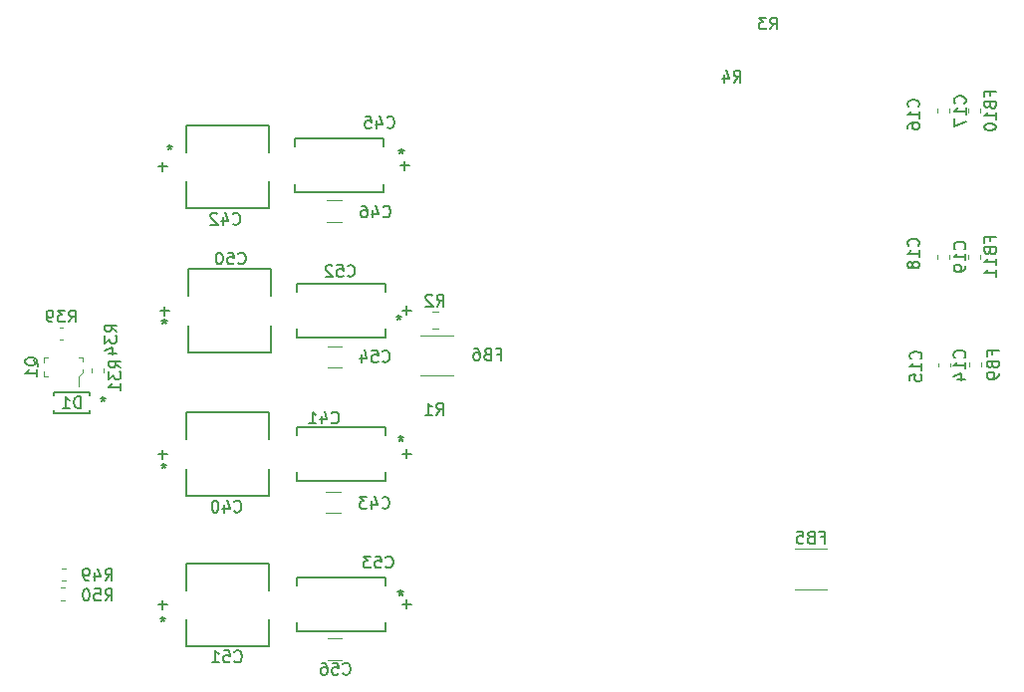
<source format=gbr>
G04 #@! TF.GenerationSoftware,KiCad,Pcbnew,5.1.5-52549c5~84~ubuntu18.04.1*
G04 #@! TF.CreationDate,2019-12-01T16:37:40+01:00*
G04 #@! TF.ProjectId,power_control_ipe_v1,706f7765-725f-4636-9f6e-74726f6c5f69,rev?*
G04 #@! TF.SameCoordinates,Original*
G04 #@! TF.FileFunction,Legend,Bot*
G04 #@! TF.FilePolarity,Positive*
%FSLAX46Y46*%
G04 Gerber Fmt 4.6, Leading zero omitted, Abs format (unit mm)*
G04 Created by KiCad (PCBNEW 5.1.5-52549c5~84~ubuntu18.04.1) date 2019-12-01 16:37:40*
%MOMM*%
%LPD*%
G04 APERTURE LIST*
%ADD10C,0.120000*%
%ADD11C,0.152400*%
%ADD12C,0.100000*%
%ADD13C,0.150000*%
G04 APERTURE END LIST*
D10*
X231000452Y-153939600D02*
X228227948Y-153939600D01*
X231000452Y-150519600D02*
X228227948Y-150519600D01*
D11*
X183579800Y-119229040D02*
X183579800Y-121525200D01*
X176518600Y-116760160D02*
X176518600Y-114464000D01*
X176518600Y-121525200D02*
X176518600Y-119229040D01*
X183579800Y-121525200D02*
X176518600Y-121525200D01*
X183579800Y-114464000D02*
X183579800Y-116760160D01*
X176518600Y-114464000D02*
X183579800Y-114464000D01*
X174524700Y-118375600D02*
X174524700Y-117613600D01*
X174905700Y-117994600D02*
X174143700Y-117994600D01*
X185752300Y-116322660D02*
X185752300Y-115626700D01*
X193296100Y-119477340D02*
X193296100Y-120173300D01*
X193296100Y-115626700D02*
X193296100Y-116322660D01*
X185752300Y-115626700D02*
X193296100Y-115626700D01*
X185752300Y-120173300D02*
X185752300Y-119477340D01*
X193296100Y-120173300D02*
X185752300Y-120173300D01*
X195086800Y-117519000D02*
X195086800Y-118281000D01*
X194705800Y-117900000D02*
X195467800Y-117900000D01*
X185919300Y-140842260D02*
X185919300Y-140146300D01*
X193463100Y-143996940D02*
X193463100Y-144692900D01*
X193463100Y-140146300D02*
X193463100Y-140842260D01*
X185919300Y-140146300D02*
X193463100Y-140146300D01*
X185919300Y-144692900D02*
X185919300Y-143996940D01*
X193463100Y-144692900D02*
X185919300Y-144692900D01*
X195253800Y-142038600D02*
X195253800Y-142800600D01*
X194872800Y-142419600D02*
X195634800Y-142419600D01*
X185919300Y-153638660D02*
X185919300Y-152942700D01*
X193463100Y-156793340D02*
X193463100Y-157489300D01*
X193463100Y-152942700D02*
X193463100Y-153638660D01*
X185919300Y-152942700D02*
X193463100Y-152942700D01*
X185919300Y-157489300D02*
X185919300Y-156793340D01*
X193463100Y-157489300D02*
X185919300Y-157489300D01*
X195253800Y-154835000D02*
X195253800Y-155597000D01*
X194872800Y-155216000D02*
X195634800Y-155216000D01*
X185919300Y-128654660D02*
X185919300Y-127958700D01*
X193463100Y-131809340D02*
X193463100Y-132505300D01*
X193463100Y-127958700D02*
X193463100Y-128654660D01*
X185919300Y-127958700D02*
X193463100Y-127958700D01*
X185919300Y-132505300D02*
X185919300Y-131809340D01*
X193463100Y-132505300D02*
X185919300Y-132505300D01*
X195253800Y-129851000D02*
X195253800Y-130613000D01*
X194872800Y-130232000D02*
X195634800Y-130232000D01*
X183591200Y-143679040D02*
X183591200Y-145975200D01*
X176530000Y-141210160D02*
X176530000Y-138914000D01*
X176530000Y-145975200D02*
X176530000Y-143679040D01*
X183591200Y-145975200D02*
X176530000Y-145975200D01*
X183591200Y-138914000D02*
X183591200Y-141210160D01*
X176530000Y-138914000D02*
X183591200Y-138914000D01*
X174536100Y-142825600D02*
X174536100Y-142063600D01*
X174917100Y-142444600D02*
X174155100Y-142444600D01*
X183750400Y-131485640D02*
X183750400Y-133781800D01*
X176689200Y-129016760D02*
X176689200Y-126720600D01*
X176689200Y-133781800D02*
X176689200Y-131485640D01*
X183750400Y-133781800D02*
X176689200Y-133781800D01*
X183750400Y-126720600D02*
X183750400Y-129016760D01*
X176689200Y-126720600D02*
X183750400Y-126720600D01*
X174695300Y-130632200D02*
X174695300Y-129870200D01*
X175076300Y-130251200D02*
X174314300Y-130251200D01*
X183591200Y-156496640D02*
X183591200Y-158792800D01*
X176530000Y-154027760D02*
X176530000Y-151731600D01*
X176530000Y-158792800D02*
X176530000Y-156496640D01*
X183591200Y-158792800D02*
X176530000Y-158792800D01*
X183591200Y-151731600D02*
X183591200Y-154027760D01*
X176530000Y-151731600D02*
X183591200Y-151731600D01*
X174536100Y-155643200D02*
X174536100Y-154881200D01*
X174917100Y-155262200D02*
X174155100Y-155262200D01*
D10*
X189626264Y-147444000D02*
X188422136Y-147444000D01*
X189626264Y-145624000D02*
X188422136Y-145624000D01*
X197920278Y-131779600D02*
X197403122Y-131779600D01*
X197920278Y-130359600D02*
X197403122Y-130359600D01*
X166248579Y-153172300D02*
X165923021Y-153172300D01*
X166248579Y-152152300D02*
X165923021Y-152152300D01*
X244084200Y-134676821D02*
X244084200Y-135002379D01*
X243064200Y-134676821D02*
X243064200Y-135002379D01*
X242974200Y-125812379D02*
X242974200Y-125486821D01*
X243994200Y-125812379D02*
X243994200Y-125486821D01*
X242954200Y-113402379D02*
X242954200Y-113076821D01*
X243974200Y-113402379D02*
X243974200Y-113076821D01*
X240391200Y-113427079D02*
X240391200Y-113101521D01*
X241411200Y-113427079D02*
X241411200Y-113101521D01*
X240389600Y-125822379D02*
X240389600Y-125496821D01*
X241409600Y-125822379D02*
X241409600Y-125496821D01*
X241504200Y-134706821D02*
X241504200Y-135032379D01*
X240484200Y-134706821D02*
X240484200Y-135032379D01*
D11*
X165248000Y-137466860D02*
X165248000Y-137198000D01*
X168352000Y-138733140D02*
X168352000Y-139002000D01*
X168352000Y-137198000D02*
X168352000Y-137466860D01*
X165248000Y-137198000D02*
X168352000Y-137198000D01*
X165248000Y-139002000D02*
X165248000Y-138733140D01*
X168352000Y-139002000D02*
X165248000Y-139002000D01*
D12*
X167700000Y-134225000D02*
X167400000Y-134225000D01*
X167700000Y-134600000D02*
X167700000Y-134225000D01*
X164400000Y-134225000D02*
X164400000Y-134675000D01*
X164700000Y-134225000D02*
X164400000Y-134225000D01*
X164625000Y-134225000D02*
X164750000Y-134225000D01*
X164400000Y-135875000D02*
X164750000Y-135875000D01*
X164400000Y-135400000D02*
X164400000Y-135875000D01*
X167375000Y-135875000D02*
X167375000Y-136650000D01*
X167425000Y-135875000D02*
X167375000Y-135875000D01*
X167700000Y-135500000D02*
X167425000Y-135875000D01*
X167700000Y-135225000D02*
X167700000Y-135500000D01*
D10*
X166062779Y-132710000D02*
X165737221Y-132710000D01*
X166062779Y-131690000D02*
X165737221Y-131690000D01*
X169510000Y-135149721D02*
X169510000Y-135475279D01*
X168490000Y-135149721D02*
X168490000Y-135475279D01*
X166223179Y-154848700D02*
X165897621Y-154848700D01*
X166223179Y-153828700D02*
X165897621Y-153828700D01*
X189726264Y-135079600D02*
X188522136Y-135079600D01*
X189726264Y-133259600D02*
X188522136Y-133259600D01*
X189702064Y-122710000D02*
X188497936Y-122710000D01*
X189702064Y-120890000D02*
X188497936Y-120890000D01*
X189755864Y-159936000D02*
X188551736Y-159936000D01*
X189755864Y-158116000D02*
X188551736Y-158116000D01*
X199210452Y-135779600D02*
X196437948Y-135779600D01*
X199210452Y-132359600D02*
X196437948Y-132359600D01*
D13*
X230447533Y-149508171D02*
X230780866Y-149508171D01*
X230780866Y-150031980D02*
X230780866Y-149031980D01*
X230304676Y-149031980D01*
X229590390Y-149508171D02*
X229447533Y-149555790D01*
X229399914Y-149603409D01*
X229352295Y-149698647D01*
X229352295Y-149841504D01*
X229399914Y-149936742D01*
X229447533Y-149984361D01*
X229542771Y-150031980D01*
X229923723Y-150031980D01*
X229923723Y-149031980D01*
X229590390Y-149031980D01*
X229495152Y-149079600D01*
X229447533Y-149127219D01*
X229399914Y-149222457D01*
X229399914Y-149317695D01*
X229447533Y-149412933D01*
X229495152Y-149460552D01*
X229590390Y-149508171D01*
X229923723Y-149508171D01*
X228447533Y-149031980D02*
X228923723Y-149031980D01*
X228971342Y-149508171D01*
X228923723Y-149460552D01*
X228828485Y-149412933D01*
X228590390Y-149412933D01*
X228495152Y-149460552D01*
X228447533Y-149508171D01*
X228399914Y-149603409D01*
X228399914Y-149841504D01*
X228447533Y-149936742D01*
X228495152Y-149984361D01*
X228590390Y-150031980D01*
X228828485Y-150031980D01*
X228923723Y-149984361D01*
X228971342Y-149936742D01*
X197790866Y-139111980D02*
X198124200Y-138635790D01*
X198362295Y-139111980D02*
X198362295Y-138111980D01*
X197981342Y-138111980D01*
X197886104Y-138159600D01*
X197838485Y-138207219D01*
X197790866Y-138302457D01*
X197790866Y-138445314D01*
X197838485Y-138540552D01*
X197886104Y-138588171D01*
X197981342Y-138635790D01*
X198362295Y-138635790D01*
X196838485Y-139111980D02*
X197409914Y-139111980D01*
X197124200Y-139111980D02*
X197124200Y-138111980D01*
X197219438Y-138254838D01*
X197314676Y-138350076D01*
X197409914Y-138397695D01*
X180492057Y-122851742D02*
X180539676Y-122899361D01*
X180682533Y-122946980D01*
X180777771Y-122946980D01*
X180920628Y-122899361D01*
X181015866Y-122804123D01*
X181063485Y-122708885D01*
X181111104Y-122518409D01*
X181111104Y-122375552D01*
X181063485Y-122185076D01*
X181015866Y-122089838D01*
X180920628Y-121994600D01*
X180777771Y-121946980D01*
X180682533Y-121946980D01*
X180539676Y-121994600D01*
X180492057Y-122042219D01*
X179634914Y-122280314D02*
X179634914Y-122946980D01*
X179873009Y-121899361D02*
X180111104Y-122613647D01*
X179492057Y-122613647D01*
X179158723Y-122042219D02*
X179111104Y-121994600D01*
X179015866Y-121946980D01*
X178777771Y-121946980D01*
X178682533Y-121994600D01*
X178634914Y-122042219D01*
X178587295Y-122137457D01*
X178587295Y-122232695D01*
X178634914Y-122375552D01*
X179206342Y-122946980D01*
X178587295Y-122946980D01*
X175124200Y-116101980D02*
X175124200Y-116340076D01*
X175362295Y-116244838D02*
X175124200Y-116340076D01*
X174886104Y-116244838D01*
X175267057Y-116530552D02*
X175124200Y-116340076D01*
X174981342Y-116530552D01*
X193597057Y-114636742D02*
X193644676Y-114684361D01*
X193787533Y-114731980D01*
X193882771Y-114731980D01*
X194025628Y-114684361D01*
X194120866Y-114589123D01*
X194168485Y-114493885D01*
X194216104Y-114303409D01*
X194216104Y-114160552D01*
X194168485Y-113970076D01*
X194120866Y-113874838D01*
X194025628Y-113779600D01*
X193882771Y-113731980D01*
X193787533Y-113731980D01*
X193644676Y-113779600D01*
X193597057Y-113827219D01*
X192739914Y-114065314D02*
X192739914Y-114731980D01*
X192978009Y-113684361D02*
X193216104Y-114398647D01*
X192597057Y-114398647D01*
X191739914Y-113731980D02*
X192216104Y-113731980D01*
X192263723Y-114208171D01*
X192216104Y-114160552D01*
X192120866Y-114112933D01*
X191882771Y-114112933D01*
X191787533Y-114160552D01*
X191739914Y-114208171D01*
X191692295Y-114303409D01*
X191692295Y-114541504D01*
X191739914Y-114636742D01*
X191787533Y-114684361D01*
X191882771Y-114731980D01*
X192120866Y-114731980D01*
X192216104Y-114684361D01*
X192263723Y-114636742D01*
X194794200Y-116481980D02*
X194794200Y-116720076D01*
X195032295Y-116624838D02*
X194794200Y-116720076D01*
X194556104Y-116624838D01*
X194937057Y-116910552D02*
X194794200Y-116720076D01*
X194651342Y-116910552D01*
X194794200Y-116461980D02*
X194794200Y-116700076D01*
X195032295Y-116604838D02*
X194794200Y-116700076D01*
X194556104Y-116604838D01*
X194937057Y-116890552D02*
X194794200Y-116700076D01*
X194651342Y-116890552D01*
X188887057Y-139756742D02*
X188934676Y-139804361D01*
X189077533Y-139851980D01*
X189172771Y-139851980D01*
X189315628Y-139804361D01*
X189410866Y-139709123D01*
X189458485Y-139613885D01*
X189506104Y-139423409D01*
X189506104Y-139280552D01*
X189458485Y-139090076D01*
X189410866Y-138994838D01*
X189315628Y-138899600D01*
X189172771Y-138851980D01*
X189077533Y-138851980D01*
X188934676Y-138899600D01*
X188887057Y-138947219D01*
X188029914Y-139185314D02*
X188029914Y-139851980D01*
X188268009Y-138804361D02*
X188506104Y-139518647D01*
X187887057Y-139518647D01*
X186982295Y-139851980D02*
X187553723Y-139851980D01*
X187268009Y-139851980D02*
X187268009Y-138851980D01*
X187363247Y-138994838D01*
X187458485Y-139090076D01*
X187553723Y-139137695D01*
X194774200Y-140871980D02*
X194774200Y-141110076D01*
X195012295Y-141014838D02*
X194774200Y-141110076D01*
X194536104Y-141014838D01*
X194917057Y-141300552D02*
X194774200Y-141110076D01*
X194631342Y-141300552D01*
X194774200Y-140851980D02*
X194774200Y-141090076D01*
X195012295Y-140994838D02*
X194774200Y-141090076D01*
X194536104Y-140994838D01*
X194917057Y-141280552D02*
X194774200Y-141090076D01*
X194631342Y-141280552D01*
X193487057Y-152026742D02*
X193534676Y-152074361D01*
X193677533Y-152121980D01*
X193772771Y-152121980D01*
X193915628Y-152074361D01*
X194010866Y-151979123D01*
X194058485Y-151883885D01*
X194106104Y-151693409D01*
X194106104Y-151550552D01*
X194058485Y-151360076D01*
X194010866Y-151264838D01*
X193915628Y-151169600D01*
X193772771Y-151121980D01*
X193677533Y-151121980D01*
X193534676Y-151169600D01*
X193487057Y-151217219D01*
X192582295Y-151121980D02*
X193058485Y-151121980D01*
X193106104Y-151598171D01*
X193058485Y-151550552D01*
X192963247Y-151502933D01*
X192725152Y-151502933D01*
X192629914Y-151550552D01*
X192582295Y-151598171D01*
X192534676Y-151693409D01*
X192534676Y-151931504D01*
X192582295Y-152026742D01*
X192629914Y-152074361D01*
X192725152Y-152121980D01*
X192963247Y-152121980D01*
X193058485Y-152074361D01*
X193106104Y-152026742D01*
X192201342Y-151121980D02*
X191582295Y-151121980D01*
X191915628Y-151502933D01*
X191772771Y-151502933D01*
X191677533Y-151550552D01*
X191629914Y-151598171D01*
X191582295Y-151693409D01*
X191582295Y-151931504D01*
X191629914Y-152026742D01*
X191677533Y-152074361D01*
X191772771Y-152121980D01*
X192058485Y-152121980D01*
X192153723Y-152074361D01*
X192201342Y-152026742D01*
X194754200Y-153991980D02*
X194754200Y-154230076D01*
X194992295Y-154134838D02*
X194754200Y-154230076D01*
X194516104Y-154134838D01*
X194897057Y-154420552D02*
X194754200Y-154230076D01*
X194611342Y-154420552D01*
X194754200Y-154001980D02*
X194754200Y-154240076D01*
X194992295Y-154144838D02*
X194754200Y-154240076D01*
X194516104Y-154144838D01*
X194897057Y-154430552D02*
X194754200Y-154240076D01*
X194611342Y-154430552D01*
X190257057Y-127256742D02*
X190304676Y-127304361D01*
X190447533Y-127351980D01*
X190542771Y-127351980D01*
X190685628Y-127304361D01*
X190780866Y-127209123D01*
X190828485Y-127113885D01*
X190876104Y-126923409D01*
X190876104Y-126780552D01*
X190828485Y-126590076D01*
X190780866Y-126494838D01*
X190685628Y-126399600D01*
X190542771Y-126351980D01*
X190447533Y-126351980D01*
X190304676Y-126399600D01*
X190257057Y-126447219D01*
X189352295Y-126351980D02*
X189828485Y-126351980D01*
X189876104Y-126828171D01*
X189828485Y-126780552D01*
X189733247Y-126732933D01*
X189495152Y-126732933D01*
X189399914Y-126780552D01*
X189352295Y-126828171D01*
X189304676Y-126923409D01*
X189304676Y-127161504D01*
X189352295Y-127256742D01*
X189399914Y-127304361D01*
X189495152Y-127351980D01*
X189733247Y-127351980D01*
X189828485Y-127304361D01*
X189876104Y-127256742D01*
X188923723Y-126447219D02*
X188876104Y-126399600D01*
X188780866Y-126351980D01*
X188542771Y-126351980D01*
X188447533Y-126399600D01*
X188399914Y-126447219D01*
X188352295Y-126542457D01*
X188352295Y-126637695D01*
X188399914Y-126780552D01*
X188971342Y-127351980D01*
X188352295Y-127351980D01*
X194594200Y-130621980D02*
X194594200Y-130860076D01*
X194832295Y-130764838D02*
X194594200Y-130860076D01*
X194356104Y-130764838D01*
X194737057Y-131050552D02*
X194594200Y-130860076D01*
X194451342Y-131050552D01*
X194604200Y-130601980D02*
X194604200Y-130840076D01*
X194842295Y-130744838D02*
X194604200Y-130840076D01*
X194366104Y-130744838D01*
X194747057Y-131030552D02*
X194604200Y-130840076D01*
X194461342Y-131030552D01*
X180603457Y-147301742D02*
X180651076Y-147349361D01*
X180793933Y-147396980D01*
X180889171Y-147396980D01*
X181032028Y-147349361D01*
X181127266Y-147254123D01*
X181174885Y-147158885D01*
X181222504Y-146968409D01*
X181222504Y-146825552D01*
X181174885Y-146635076D01*
X181127266Y-146539838D01*
X181032028Y-146444600D01*
X180889171Y-146396980D01*
X180793933Y-146396980D01*
X180651076Y-146444600D01*
X180603457Y-146492219D01*
X179746314Y-146730314D02*
X179746314Y-147396980D01*
X179984409Y-146349361D02*
X180222504Y-147063647D01*
X179603457Y-147063647D01*
X179032028Y-146396980D02*
X178936790Y-146396980D01*
X178841552Y-146444600D01*
X178793933Y-146492219D01*
X178746314Y-146587457D01*
X178698695Y-146777933D01*
X178698695Y-147016028D01*
X178746314Y-147206504D01*
X178793933Y-147301742D01*
X178841552Y-147349361D01*
X178936790Y-147396980D01*
X179032028Y-147396980D01*
X179127266Y-147349361D01*
X179174885Y-147301742D01*
X179222504Y-147206504D01*
X179270123Y-147016028D01*
X179270123Y-146777933D01*
X179222504Y-146587457D01*
X179174885Y-146492219D01*
X179127266Y-146444600D01*
X179032028Y-146396980D01*
X174624200Y-143191980D02*
X174624200Y-143430076D01*
X174862295Y-143334838D02*
X174624200Y-143430076D01*
X174386104Y-143334838D01*
X174767057Y-143620552D02*
X174624200Y-143430076D01*
X174481342Y-143620552D01*
X180957057Y-126216742D02*
X181004676Y-126264361D01*
X181147533Y-126311980D01*
X181242771Y-126311980D01*
X181385628Y-126264361D01*
X181480866Y-126169123D01*
X181528485Y-126073885D01*
X181576104Y-125883409D01*
X181576104Y-125740552D01*
X181528485Y-125550076D01*
X181480866Y-125454838D01*
X181385628Y-125359600D01*
X181242771Y-125311980D01*
X181147533Y-125311980D01*
X181004676Y-125359600D01*
X180957057Y-125407219D01*
X180052295Y-125311980D02*
X180528485Y-125311980D01*
X180576104Y-125788171D01*
X180528485Y-125740552D01*
X180433247Y-125692933D01*
X180195152Y-125692933D01*
X180099914Y-125740552D01*
X180052295Y-125788171D01*
X180004676Y-125883409D01*
X180004676Y-126121504D01*
X180052295Y-126216742D01*
X180099914Y-126264361D01*
X180195152Y-126311980D01*
X180433247Y-126311980D01*
X180528485Y-126264361D01*
X180576104Y-126216742D01*
X179385628Y-125311980D02*
X179290390Y-125311980D01*
X179195152Y-125359600D01*
X179147533Y-125407219D01*
X179099914Y-125502457D01*
X179052295Y-125692933D01*
X179052295Y-125931028D01*
X179099914Y-126121504D01*
X179147533Y-126216742D01*
X179195152Y-126264361D01*
X179290390Y-126311980D01*
X179385628Y-126311980D01*
X179480866Y-126264361D01*
X179528485Y-126216742D01*
X179576104Y-126121504D01*
X179623723Y-125931028D01*
X179623723Y-125692933D01*
X179576104Y-125502457D01*
X179528485Y-125407219D01*
X179480866Y-125359600D01*
X179385628Y-125311980D01*
X174654200Y-130941980D02*
X174654200Y-131180076D01*
X174892295Y-131084838D02*
X174654200Y-131180076D01*
X174416104Y-131084838D01*
X174797057Y-131370552D02*
X174654200Y-131180076D01*
X174511342Y-131370552D01*
X180637057Y-160066742D02*
X180684676Y-160114361D01*
X180827533Y-160161980D01*
X180922771Y-160161980D01*
X181065628Y-160114361D01*
X181160866Y-160019123D01*
X181208485Y-159923885D01*
X181256104Y-159733409D01*
X181256104Y-159590552D01*
X181208485Y-159400076D01*
X181160866Y-159304838D01*
X181065628Y-159209600D01*
X180922771Y-159161980D01*
X180827533Y-159161980D01*
X180684676Y-159209600D01*
X180637057Y-159257219D01*
X179732295Y-159161980D02*
X180208485Y-159161980D01*
X180256104Y-159638171D01*
X180208485Y-159590552D01*
X180113247Y-159542933D01*
X179875152Y-159542933D01*
X179779914Y-159590552D01*
X179732295Y-159638171D01*
X179684676Y-159733409D01*
X179684676Y-159971504D01*
X179732295Y-160066742D01*
X179779914Y-160114361D01*
X179875152Y-160161980D01*
X180113247Y-160161980D01*
X180208485Y-160114361D01*
X180256104Y-160066742D01*
X178732295Y-160161980D02*
X179303723Y-160161980D01*
X179018009Y-160161980D02*
X179018009Y-159161980D01*
X179113247Y-159304838D01*
X179208485Y-159400076D01*
X179303723Y-159447695D01*
X174534200Y-156241980D02*
X174534200Y-156480076D01*
X174772295Y-156384838D02*
X174534200Y-156480076D01*
X174296104Y-156384838D01*
X174677057Y-156670552D02*
X174534200Y-156480076D01*
X174391342Y-156670552D01*
X223070866Y-110821980D02*
X223404200Y-110345790D01*
X223642295Y-110821980D02*
X223642295Y-109821980D01*
X223261342Y-109821980D01*
X223166104Y-109869600D01*
X223118485Y-109917219D01*
X223070866Y-110012457D01*
X223070866Y-110155314D01*
X223118485Y-110250552D01*
X223166104Y-110298171D01*
X223261342Y-110345790D01*
X223642295Y-110345790D01*
X222213723Y-110155314D02*
X222213723Y-110821980D01*
X222451819Y-109774361D02*
X222689914Y-110488647D01*
X222070866Y-110488647D01*
X226160866Y-106331980D02*
X226494200Y-105855790D01*
X226732295Y-106331980D02*
X226732295Y-105331980D01*
X226351342Y-105331980D01*
X226256104Y-105379600D01*
X226208485Y-105427219D01*
X226160866Y-105522457D01*
X226160866Y-105665314D01*
X226208485Y-105760552D01*
X226256104Y-105808171D01*
X226351342Y-105855790D01*
X226732295Y-105855790D01*
X225827533Y-105331980D02*
X225208485Y-105331980D01*
X225541819Y-105712933D01*
X225398961Y-105712933D01*
X225303723Y-105760552D01*
X225256104Y-105808171D01*
X225208485Y-105903409D01*
X225208485Y-106141504D01*
X225256104Y-106236742D01*
X225303723Y-106284361D01*
X225398961Y-106331980D01*
X225684676Y-106331980D01*
X225779914Y-106284361D01*
X225827533Y-106236742D01*
X193177057Y-146986742D02*
X193224676Y-147034361D01*
X193367533Y-147081980D01*
X193462771Y-147081980D01*
X193605628Y-147034361D01*
X193700866Y-146939123D01*
X193748485Y-146843885D01*
X193796104Y-146653409D01*
X193796104Y-146510552D01*
X193748485Y-146320076D01*
X193700866Y-146224838D01*
X193605628Y-146129600D01*
X193462771Y-146081980D01*
X193367533Y-146081980D01*
X193224676Y-146129600D01*
X193177057Y-146177219D01*
X192319914Y-146415314D02*
X192319914Y-147081980D01*
X192558009Y-146034361D02*
X192796104Y-146748647D01*
X192177057Y-146748647D01*
X191891342Y-146081980D02*
X191272295Y-146081980D01*
X191605628Y-146462933D01*
X191462771Y-146462933D01*
X191367533Y-146510552D01*
X191319914Y-146558171D01*
X191272295Y-146653409D01*
X191272295Y-146891504D01*
X191319914Y-146986742D01*
X191367533Y-147034361D01*
X191462771Y-147081980D01*
X191748485Y-147081980D01*
X191843723Y-147034361D01*
X191891342Y-146986742D01*
X197828366Y-129871980D02*
X198161700Y-129395790D01*
X198399795Y-129871980D02*
X198399795Y-128871980D01*
X198018842Y-128871980D01*
X197923604Y-128919600D01*
X197875985Y-128967219D01*
X197828366Y-129062457D01*
X197828366Y-129205314D01*
X197875985Y-129300552D01*
X197923604Y-129348171D01*
X198018842Y-129395790D01*
X198399795Y-129395790D01*
X197447414Y-128967219D02*
X197399795Y-128919600D01*
X197304557Y-128871980D01*
X197066461Y-128871980D01*
X196971223Y-128919600D01*
X196923604Y-128967219D01*
X196875985Y-129062457D01*
X196875985Y-129157695D01*
X196923604Y-129300552D01*
X197495033Y-129871980D01*
X196875985Y-129871980D01*
X169637057Y-153191980D02*
X169970390Y-152715790D01*
X170208485Y-153191980D02*
X170208485Y-152191980D01*
X169827533Y-152191980D01*
X169732295Y-152239600D01*
X169684676Y-152287219D01*
X169637057Y-152382457D01*
X169637057Y-152525314D01*
X169684676Y-152620552D01*
X169732295Y-152668171D01*
X169827533Y-152715790D01*
X170208485Y-152715790D01*
X168779914Y-152525314D02*
X168779914Y-153191980D01*
X169018009Y-152144361D02*
X169256104Y-152858647D01*
X168637057Y-152858647D01*
X168208485Y-153191980D02*
X168018009Y-153191980D01*
X167922771Y-153144361D01*
X167875152Y-153096742D01*
X167779914Y-152953885D01*
X167732295Y-152763409D01*
X167732295Y-152382457D01*
X167779914Y-152287219D01*
X167827533Y-152239600D01*
X167922771Y-152191980D01*
X168113247Y-152191980D01*
X168208485Y-152239600D01*
X168256104Y-152287219D01*
X168303723Y-152382457D01*
X168303723Y-152620552D01*
X168256104Y-152715790D01*
X168208485Y-152763409D01*
X168113247Y-152811028D01*
X167922771Y-152811028D01*
X167827533Y-152763409D01*
X167779914Y-152715790D01*
X167732295Y-152620552D01*
X245062771Y-134006266D02*
X245062771Y-133672933D01*
X245586580Y-133672933D02*
X244586580Y-133672933D01*
X244586580Y-134149123D01*
X245062771Y-134863409D02*
X245110390Y-135006266D01*
X245158009Y-135053885D01*
X245253247Y-135101504D01*
X245396104Y-135101504D01*
X245491342Y-135053885D01*
X245538961Y-135006266D01*
X245586580Y-134911028D01*
X245586580Y-134530076D01*
X244586580Y-134530076D01*
X244586580Y-134863409D01*
X244634200Y-134958647D01*
X244681819Y-135006266D01*
X244777057Y-135053885D01*
X244872295Y-135053885D01*
X244967533Y-135006266D01*
X245015152Y-134958647D01*
X245062771Y-134863409D01*
X245062771Y-134530076D01*
X245586580Y-135577695D02*
X245586580Y-135768171D01*
X245538961Y-135863409D01*
X245491342Y-135911028D01*
X245348485Y-136006266D01*
X245158009Y-136053885D01*
X244777057Y-136053885D01*
X244681819Y-136006266D01*
X244634200Y-135958647D01*
X244586580Y-135863409D01*
X244586580Y-135672933D01*
X244634200Y-135577695D01*
X244681819Y-135530076D01*
X244777057Y-135482457D01*
X245015152Y-135482457D01*
X245110390Y-135530076D01*
X245158009Y-135577695D01*
X245205628Y-135672933D01*
X245205628Y-135863409D01*
X245158009Y-135958647D01*
X245110390Y-136006266D01*
X245015152Y-136053885D01*
X244842771Y-124340076D02*
X244842771Y-124006742D01*
X245366580Y-124006742D02*
X244366580Y-124006742D01*
X244366580Y-124482933D01*
X244842771Y-125197219D02*
X244890390Y-125340076D01*
X244938009Y-125387695D01*
X245033247Y-125435314D01*
X245176104Y-125435314D01*
X245271342Y-125387695D01*
X245318961Y-125340076D01*
X245366580Y-125244838D01*
X245366580Y-124863885D01*
X244366580Y-124863885D01*
X244366580Y-125197219D01*
X244414200Y-125292457D01*
X244461819Y-125340076D01*
X244557057Y-125387695D01*
X244652295Y-125387695D01*
X244747533Y-125340076D01*
X244795152Y-125292457D01*
X244842771Y-125197219D01*
X244842771Y-124863885D01*
X245366580Y-126387695D02*
X245366580Y-125816266D01*
X245366580Y-126101980D02*
X244366580Y-126101980D01*
X244509438Y-126006742D01*
X244604676Y-125911504D01*
X244652295Y-125816266D01*
X245366580Y-127340076D02*
X245366580Y-126768647D01*
X245366580Y-127054361D02*
X244366580Y-127054361D01*
X244509438Y-126959123D01*
X244604676Y-126863885D01*
X244652295Y-126768647D01*
X244822771Y-111930076D02*
X244822771Y-111596742D01*
X245346580Y-111596742D02*
X244346580Y-111596742D01*
X244346580Y-112072933D01*
X244822771Y-112787219D02*
X244870390Y-112930076D01*
X244918009Y-112977695D01*
X245013247Y-113025314D01*
X245156104Y-113025314D01*
X245251342Y-112977695D01*
X245298961Y-112930076D01*
X245346580Y-112834838D01*
X245346580Y-112453885D01*
X244346580Y-112453885D01*
X244346580Y-112787219D01*
X244394200Y-112882457D01*
X244441819Y-112930076D01*
X244537057Y-112977695D01*
X244632295Y-112977695D01*
X244727533Y-112930076D01*
X244775152Y-112882457D01*
X244822771Y-112787219D01*
X244822771Y-112453885D01*
X245346580Y-113977695D02*
X245346580Y-113406266D01*
X245346580Y-113691980D02*
X244346580Y-113691980D01*
X244489438Y-113596742D01*
X244584676Y-113501504D01*
X244632295Y-113406266D01*
X244346580Y-114596742D02*
X244346580Y-114691980D01*
X244394200Y-114787219D01*
X244441819Y-114834838D01*
X244537057Y-114882457D01*
X244727533Y-114930076D01*
X244965628Y-114930076D01*
X245156104Y-114882457D01*
X245251342Y-114834838D01*
X245298961Y-114787219D01*
X245346580Y-114691980D01*
X245346580Y-114596742D01*
X245298961Y-114501504D01*
X245251342Y-114453885D01*
X245156104Y-114406266D01*
X244965628Y-114358647D01*
X244727533Y-114358647D01*
X244537057Y-114406266D01*
X244441819Y-114453885D01*
X244394200Y-114501504D01*
X244346580Y-114596742D01*
X238731342Y-124736742D02*
X238778961Y-124689123D01*
X238826580Y-124546266D01*
X238826580Y-124451028D01*
X238778961Y-124308171D01*
X238683723Y-124212933D01*
X238588485Y-124165314D01*
X238398009Y-124117695D01*
X238255152Y-124117695D01*
X238064676Y-124165314D01*
X237969438Y-124212933D01*
X237874200Y-124308171D01*
X237826580Y-124451028D01*
X237826580Y-124546266D01*
X237874200Y-124689123D01*
X237921819Y-124736742D01*
X238826580Y-125689123D02*
X238826580Y-125117695D01*
X238826580Y-125403409D02*
X237826580Y-125403409D01*
X237969438Y-125308171D01*
X238064676Y-125212933D01*
X238112295Y-125117695D01*
X238255152Y-126260552D02*
X238207533Y-126165314D01*
X238159914Y-126117695D01*
X238064676Y-126070076D01*
X238017057Y-126070076D01*
X237921819Y-126117695D01*
X237874200Y-126165314D01*
X237826580Y-126260552D01*
X237826580Y-126451028D01*
X237874200Y-126546266D01*
X237921819Y-126593885D01*
X238017057Y-126641504D01*
X238064676Y-126641504D01*
X238159914Y-126593885D01*
X238207533Y-126546266D01*
X238255152Y-126451028D01*
X238255152Y-126260552D01*
X238302771Y-126165314D01*
X238350390Y-126117695D01*
X238445628Y-126070076D01*
X238636104Y-126070076D01*
X238731342Y-126117695D01*
X238778961Y-126165314D01*
X238826580Y-126260552D01*
X238826580Y-126451028D01*
X238778961Y-126546266D01*
X238731342Y-126593885D01*
X238636104Y-126641504D01*
X238445628Y-126641504D01*
X238350390Y-126593885D01*
X238302771Y-126546266D01*
X238255152Y-126451028D01*
X238741342Y-112926742D02*
X238788961Y-112879123D01*
X238836580Y-112736266D01*
X238836580Y-112641028D01*
X238788961Y-112498171D01*
X238693723Y-112402933D01*
X238598485Y-112355314D01*
X238408009Y-112307695D01*
X238265152Y-112307695D01*
X238074676Y-112355314D01*
X237979438Y-112402933D01*
X237884200Y-112498171D01*
X237836580Y-112641028D01*
X237836580Y-112736266D01*
X237884200Y-112879123D01*
X237931819Y-112926742D01*
X238836580Y-113879123D02*
X238836580Y-113307695D01*
X238836580Y-113593409D02*
X237836580Y-113593409D01*
X237979438Y-113498171D01*
X238074676Y-113402933D01*
X238122295Y-113307695D01*
X237836580Y-114736266D02*
X237836580Y-114545790D01*
X237884200Y-114450552D01*
X237931819Y-114402933D01*
X238074676Y-114307695D01*
X238265152Y-114260076D01*
X238646104Y-114260076D01*
X238741342Y-114307695D01*
X238788961Y-114355314D01*
X238836580Y-114450552D01*
X238836580Y-114641028D01*
X238788961Y-114736266D01*
X238741342Y-114783885D01*
X238646104Y-114831504D01*
X238408009Y-114831504D01*
X238312771Y-114783885D01*
X238265152Y-114736266D01*
X238217533Y-114641028D01*
X238217533Y-114450552D01*
X238265152Y-114355314D01*
X238312771Y-114307695D01*
X238408009Y-114260076D01*
X242688342Y-112621442D02*
X242735961Y-112573823D01*
X242783580Y-112430966D01*
X242783580Y-112335728D01*
X242735961Y-112192871D01*
X242640723Y-112097633D01*
X242545485Y-112050014D01*
X242355009Y-112002395D01*
X242212152Y-112002395D01*
X242021676Y-112050014D01*
X241926438Y-112097633D01*
X241831200Y-112192871D01*
X241783580Y-112335728D01*
X241783580Y-112430966D01*
X241831200Y-112573823D01*
X241878819Y-112621442D01*
X242783580Y-113573823D02*
X242783580Y-113002395D01*
X242783580Y-113288109D02*
X241783580Y-113288109D01*
X241926438Y-113192871D01*
X242021676Y-113097633D01*
X242069295Y-113002395D01*
X241783580Y-113907157D02*
X241783580Y-114573823D01*
X242783580Y-114145252D01*
X242686742Y-125016742D02*
X242734361Y-124969123D01*
X242781980Y-124826266D01*
X242781980Y-124731028D01*
X242734361Y-124588171D01*
X242639123Y-124492933D01*
X242543885Y-124445314D01*
X242353409Y-124397695D01*
X242210552Y-124397695D01*
X242020076Y-124445314D01*
X241924838Y-124492933D01*
X241829600Y-124588171D01*
X241781980Y-124731028D01*
X241781980Y-124826266D01*
X241829600Y-124969123D01*
X241877219Y-125016742D01*
X242781980Y-125969123D02*
X242781980Y-125397695D01*
X242781980Y-125683409D02*
X241781980Y-125683409D01*
X241924838Y-125588171D01*
X242020076Y-125492933D01*
X242067695Y-125397695D01*
X242781980Y-126445314D02*
X242781980Y-126635790D01*
X242734361Y-126731028D01*
X242686742Y-126778647D01*
X242543885Y-126873885D01*
X242353409Y-126921504D01*
X241972457Y-126921504D01*
X241877219Y-126873885D01*
X241829600Y-126826266D01*
X241781980Y-126731028D01*
X241781980Y-126540552D01*
X241829600Y-126445314D01*
X241877219Y-126397695D01*
X241972457Y-126350076D01*
X242210552Y-126350076D01*
X242305790Y-126397695D01*
X242353409Y-126445314D01*
X242401028Y-126540552D01*
X242401028Y-126731028D01*
X242353409Y-126826266D01*
X242305790Y-126873885D01*
X242210552Y-126921504D01*
X242661342Y-134246742D02*
X242708961Y-134199123D01*
X242756580Y-134056266D01*
X242756580Y-133961028D01*
X242708961Y-133818171D01*
X242613723Y-133722933D01*
X242518485Y-133675314D01*
X242328009Y-133627695D01*
X242185152Y-133627695D01*
X241994676Y-133675314D01*
X241899438Y-133722933D01*
X241804200Y-133818171D01*
X241756580Y-133961028D01*
X241756580Y-134056266D01*
X241804200Y-134199123D01*
X241851819Y-134246742D01*
X242756580Y-135199123D02*
X242756580Y-134627695D01*
X242756580Y-134913409D02*
X241756580Y-134913409D01*
X241899438Y-134818171D01*
X241994676Y-134722933D01*
X242042295Y-134627695D01*
X242089914Y-136056266D02*
X242756580Y-136056266D01*
X241708961Y-135818171D02*
X242423247Y-135580076D01*
X242423247Y-136199123D01*
X238941342Y-134356742D02*
X238988961Y-134309123D01*
X239036580Y-134166266D01*
X239036580Y-134071028D01*
X238988961Y-133928171D01*
X238893723Y-133832933D01*
X238798485Y-133785314D01*
X238608009Y-133737695D01*
X238465152Y-133737695D01*
X238274676Y-133785314D01*
X238179438Y-133832933D01*
X238084200Y-133928171D01*
X238036580Y-134071028D01*
X238036580Y-134166266D01*
X238084200Y-134309123D01*
X238131819Y-134356742D01*
X239036580Y-135309123D02*
X239036580Y-134737695D01*
X239036580Y-135023409D02*
X238036580Y-135023409D01*
X238179438Y-134928171D01*
X238274676Y-134832933D01*
X238322295Y-134737695D01*
X238036580Y-136213885D02*
X238036580Y-135737695D01*
X238512771Y-135690076D01*
X238465152Y-135737695D01*
X238417533Y-135832933D01*
X238417533Y-136071028D01*
X238465152Y-136166266D01*
X238512771Y-136213885D01*
X238608009Y-136261504D01*
X238846104Y-136261504D01*
X238941342Y-136213885D01*
X238988961Y-136166266D01*
X239036580Y-136071028D01*
X239036580Y-135832933D01*
X238988961Y-135737695D01*
X238941342Y-135690076D01*
X167538095Y-138552380D02*
X167538095Y-137552380D01*
X167300000Y-137552380D01*
X167157142Y-137600000D01*
X167061904Y-137695238D01*
X167014285Y-137790476D01*
X166966666Y-137980952D01*
X166966666Y-138123809D01*
X167014285Y-138314285D01*
X167061904Y-138409523D01*
X167157142Y-138504761D01*
X167300000Y-138552380D01*
X167538095Y-138552380D01*
X166014285Y-138552380D02*
X166585714Y-138552380D01*
X166300000Y-138552380D02*
X166300000Y-137552380D01*
X166395238Y-137695238D01*
X166490476Y-137790476D01*
X166585714Y-137838095D01*
X169461600Y-137552380D02*
X169461600Y-137790476D01*
X169699695Y-137695238D02*
X169461600Y-137790476D01*
X169223504Y-137695238D01*
X169604457Y-137980952D02*
X169461600Y-137790476D01*
X169318742Y-137980952D01*
X169461600Y-137552380D02*
X169461600Y-137790476D01*
X169699695Y-137695238D02*
X169461600Y-137790476D01*
X169223504Y-137695238D01*
X169604457Y-137980952D02*
X169461600Y-137790476D01*
X169318742Y-137980952D01*
X163941819Y-134954361D02*
X163894200Y-134859123D01*
X163798961Y-134763885D01*
X163656104Y-134621028D01*
X163608485Y-134525790D01*
X163608485Y-134430552D01*
X163846580Y-134478171D02*
X163798961Y-134382933D01*
X163703723Y-134287695D01*
X163513247Y-134240076D01*
X163179914Y-134240076D01*
X162989438Y-134287695D01*
X162894200Y-134382933D01*
X162846580Y-134478171D01*
X162846580Y-134668647D01*
X162894200Y-134763885D01*
X162989438Y-134859123D01*
X163179914Y-134906742D01*
X163513247Y-134906742D01*
X163703723Y-134859123D01*
X163798961Y-134763885D01*
X163846580Y-134668647D01*
X163846580Y-134478171D01*
X163846580Y-135859123D02*
X163846580Y-135287695D01*
X163846580Y-135573409D02*
X162846580Y-135573409D01*
X162989438Y-135478171D01*
X163084676Y-135382933D01*
X163132295Y-135287695D01*
X170622380Y-132057142D02*
X170146190Y-131723809D01*
X170622380Y-131485714D02*
X169622380Y-131485714D01*
X169622380Y-131866666D01*
X169670000Y-131961904D01*
X169717619Y-132009523D01*
X169812857Y-132057142D01*
X169955714Y-132057142D01*
X170050952Y-132009523D01*
X170098571Y-131961904D01*
X170146190Y-131866666D01*
X170146190Y-131485714D01*
X169622380Y-132390476D02*
X169622380Y-133009523D01*
X170003333Y-132676190D01*
X170003333Y-132819047D01*
X170050952Y-132914285D01*
X170098571Y-132961904D01*
X170193809Y-133009523D01*
X170431904Y-133009523D01*
X170527142Y-132961904D01*
X170574761Y-132914285D01*
X170622380Y-132819047D01*
X170622380Y-132533333D01*
X170574761Y-132438095D01*
X170527142Y-132390476D01*
X169955714Y-133866666D02*
X170622380Y-133866666D01*
X169574761Y-133628571D02*
X170289047Y-133390476D01*
X170289047Y-134009523D01*
X166542857Y-131222380D02*
X166876190Y-130746190D01*
X167114285Y-131222380D02*
X167114285Y-130222380D01*
X166733333Y-130222380D01*
X166638095Y-130270000D01*
X166590476Y-130317619D01*
X166542857Y-130412857D01*
X166542857Y-130555714D01*
X166590476Y-130650952D01*
X166638095Y-130698571D01*
X166733333Y-130746190D01*
X167114285Y-130746190D01*
X166209523Y-130222380D02*
X165590476Y-130222380D01*
X165923809Y-130603333D01*
X165780952Y-130603333D01*
X165685714Y-130650952D01*
X165638095Y-130698571D01*
X165590476Y-130793809D01*
X165590476Y-131031904D01*
X165638095Y-131127142D01*
X165685714Y-131174761D01*
X165780952Y-131222380D01*
X166066666Y-131222380D01*
X166161904Y-131174761D01*
X166209523Y-131127142D01*
X165114285Y-131222380D02*
X164923809Y-131222380D01*
X164828571Y-131174761D01*
X164780952Y-131127142D01*
X164685714Y-130984285D01*
X164638095Y-130793809D01*
X164638095Y-130412857D01*
X164685714Y-130317619D01*
X164733333Y-130270000D01*
X164828571Y-130222380D01*
X165019047Y-130222380D01*
X165114285Y-130270000D01*
X165161904Y-130317619D01*
X165209523Y-130412857D01*
X165209523Y-130650952D01*
X165161904Y-130746190D01*
X165114285Y-130793809D01*
X165019047Y-130841428D01*
X164828571Y-130841428D01*
X164733333Y-130793809D01*
X164685714Y-130746190D01*
X164638095Y-130650952D01*
X170966580Y-135116742D02*
X170490390Y-134783409D01*
X170966580Y-134545314D02*
X169966580Y-134545314D01*
X169966580Y-134926266D01*
X170014200Y-135021504D01*
X170061819Y-135069123D01*
X170157057Y-135116742D01*
X170299914Y-135116742D01*
X170395152Y-135069123D01*
X170442771Y-135021504D01*
X170490390Y-134926266D01*
X170490390Y-134545314D01*
X169966580Y-135450076D02*
X169966580Y-136069123D01*
X170347533Y-135735790D01*
X170347533Y-135878647D01*
X170395152Y-135973885D01*
X170442771Y-136021504D01*
X170538009Y-136069123D01*
X170776104Y-136069123D01*
X170871342Y-136021504D01*
X170918961Y-135973885D01*
X170966580Y-135878647D01*
X170966580Y-135592933D01*
X170918961Y-135497695D01*
X170871342Y-135450076D01*
X170966580Y-137021504D02*
X170966580Y-136450076D01*
X170966580Y-136735790D02*
X169966580Y-136735790D01*
X170109438Y-136640552D01*
X170204676Y-136545314D01*
X170252295Y-136450076D01*
X169637057Y-154901980D02*
X169970390Y-154425790D01*
X170208485Y-154901980D02*
X170208485Y-153901980D01*
X169827533Y-153901980D01*
X169732295Y-153949600D01*
X169684676Y-153997219D01*
X169637057Y-154092457D01*
X169637057Y-154235314D01*
X169684676Y-154330552D01*
X169732295Y-154378171D01*
X169827533Y-154425790D01*
X170208485Y-154425790D01*
X168732295Y-153901980D02*
X169208485Y-153901980D01*
X169256104Y-154378171D01*
X169208485Y-154330552D01*
X169113247Y-154282933D01*
X168875152Y-154282933D01*
X168779914Y-154330552D01*
X168732295Y-154378171D01*
X168684676Y-154473409D01*
X168684676Y-154711504D01*
X168732295Y-154806742D01*
X168779914Y-154854361D01*
X168875152Y-154901980D01*
X169113247Y-154901980D01*
X169208485Y-154854361D01*
X169256104Y-154806742D01*
X168065628Y-153901980D02*
X167970390Y-153901980D01*
X167875152Y-153949600D01*
X167827533Y-153997219D01*
X167779914Y-154092457D01*
X167732295Y-154282933D01*
X167732295Y-154521028D01*
X167779914Y-154711504D01*
X167827533Y-154806742D01*
X167875152Y-154854361D01*
X167970390Y-154901980D01*
X168065628Y-154901980D01*
X168160866Y-154854361D01*
X168208485Y-154806742D01*
X168256104Y-154711504D01*
X168303723Y-154521028D01*
X168303723Y-154282933D01*
X168256104Y-154092457D01*
X168208485Y-153997219D01*
X168160866Y-153949600D01*
X168065628Y-153901980D01*
X193217057Y-134526742D02*
X193264676Y-134574361D01*
X193407533Y-134621980D01*
X193502771Y-134621980D01*
X193645628Y-134574361D01*
X193740866Y-134479123D01*
X193788485Y-134383885D01*
X193836104Y-134193409D01*
X193836104Y-134050552D01*
X193788485Y-133860076D01*
X193740866Y-133764838D01*
X193645628Y-133669600D01*
X193502771Y-133621980D01*
X193407533Y-133621980D01*
X193264676Y-133669600D01*
X193217057Y-133717219D01*
X192312295Y-133621980D02*
X192788485Y-133621980D01*
X192836104Y-134098171D01*
X192788485Y-134050552D01*
X192693247Y-134002933D01*
X192455152Y-134002933D01*
X192359914Y-134050552D01*
X192312295Y-134098171D01*
X192264676Y-134193409D01*
X192264676Y-134431504D01*
X192312295Y-134526742D01*
X192359914Y-134574361D01*
X192455152Y-134621980D01*
X192693247Y-134621980D01*
X192788485Y-134574361D01*
X192836104Y-134526742D01*
X191407533Y-133955314D02*
X191407533Y-134621980D01*
X191645628Y-133574361D02*
X191883723Y-134288647D01*
X191264676Y-134288647D01*
X193257057Y-122236742D02*
X193304676Y-122284361D01*
X193447533Y-122331980D01*
X193542771Y-122331980D01*
X193685628Y-122284361D01*
X193780866Y-122189123D01*
X193828485Y-122093885D01*
X193876104Y-121903409D01*
X193876104Y-121760552D01*
X193828485Y-121570076D01*
X193780866Y-121474838D01*
X193685628Y-121379600D01*
X193542771Y-121331980D01*
X193447533Y-121331980D01*
X193304676Y-121379600D01*
X193257057Y-121427219D01*
X192399914Y-121665314D02*
X192399914Y-122331980D01*
X192638009Y-121284361D02*
X192876104Y-121998647D01*
X192257057Y-121998647D01*
X191447533Y-121331980D02*
X191638009Y-121331980D01*
X191733247Y-121379600D01*
X191780866Y-121427219D01*
X191876104Y-121570076D01*
X191923723Y-121760552D01*
X191923723Y-122141504D01*
X191876104Y-122236742D01*
X191828485Y-122284361D01*
X191733247Y-122331980D01*
X191542771Y-122331980D01*
X191447533Y-122284361D01*
X191399914Y-122236742D01*
X191352295Y-122141504D01*
X191352295Y-121903409D01*
X191399914Y-121808171D01*
X191447533Y-121760552D01*
X191542771Y-121712933D01*
X191733247Y-121712933D01*
X191828485Y-121760552D01*
X191876104Y-121808171D01*
X191923723Y-121903409D01*
X189857057Y-161106742D02*
X189904676Y-161154361D01*
X190047533Y-161201980D01*
X190142771Y-161201980D01*
X190285628Y-161154361D01*
X190380866Y-161059123D01*
X190428485Y-160963885D01*
X190476104Y-160773409D01*
X190476104Y-160630552D01*
X190428485Y-160440076D01*
X190380866Y-160344838D01*
X190285628Y-160249600D01*
X190142771Y-160201980D01*
X190047533Y-160201980D01*
X189904676Y-160249600D01*
X189857057Y-160297219D01*
X188952295Y-160201980D02*
X189428485Y-160201980D01*
X189476104Y-160678171D01*
X189428485Y-160630552D01*
X189333247Y-160582933D01*
X189095152Y-160582933D01*
X188999914Y-160630552D01*
X188952295Y-160678171D01*
X188904676Y-160773409D01*
X188904676Y-161011504D01*
X188952295Y-161106742D01*
X188999914Y-161154361D01*
X189095152Y-161201980D01*
X189333247Y-161201980D01*
X189428485Y-161154361D01*
X189476104Y-161106742D01*
X188047533Y-160201980D02*
X188238009Y-160201980D01*
X188333247Y-160249600D01*
X188380866Y-160297219D01*
X188476104Y-160440076D01*
X188523723Y-160630552D01*
X188523723Y-161011504D01*
X188476104Y-161106742D01*
X188428485Y-161154361D01*
X188333247Y-161201980D01*
X188142771Y-161201980D01*
X188047533Y-161154361D01*
X187999914Y-161106742D01*
X187952295Y-161011504D01*
X187952295Y-160773409D01*
X187999914Y-160678171D01*
X188047533Y-160630552D01*
X188142771Y-160582933D01*
X188333247Y-160582933D01*
X188428485Y-160630552D01*
X188476104Y-160678171D01*
X188523723Y-160773409D01*
X202977533Y-133938171D02*
X203310866Y-133938171D01*
X203310866Y-134461980D02*
X203310866Y-133461980D01*
X202834676Y-133461980D01*
X202120390Y-133938171D02*
X201977533Y-133985790D01*
X201929914Y-134033409D01*
X201882295Y-134128647D01*
X201882295Y-134271504D01*
X201929914Y-134366742D01*
X201977533Y-134414361D01*
X202072771Y-134461980D01*
X202453723Y-134461980D01*
X202453723Y-133461980D01*
X202120390Y-133461980D01*
X202025152Y-133509600D01*
X201977533Y-133557219D01*
X201929914Y-133652457D01*
X201929914Y-133747695D01*
X201977533Y-133842933D01*
X202025152Y-133890552D01*
X202120390Y-133938171D01*
X202453723Y-133938171D01*
X201025152Y-133461980D02*
X201215628Y-133461980D01*
X201310866Y-133509600D01*
X201358485Y-133557219D01*
X201453723Y-133700076D01*
X201501342Y-133890552D01*
X201501342Y-134271504D01*
X201453723Y-134366742D01*
X201406104Y-134414361D01*
X201310866Y-134461980D01*
X201120390Y-134461980D01*
X201025152Y-134414361D01*
X200977533Y-134366742D01*
X200929914Y-134271504D01*
X200929914Y-134033409D01*
X200977533Y-133938171D01*
X201025152Y-133890552D01*
X201120390Y-133842933D01*
X201310866Y-133842933D01*
X201406104Y-133890552D01*
X201453723Y-133938171D01*
X201501342Y-134033409D01*
M02*

</source>
